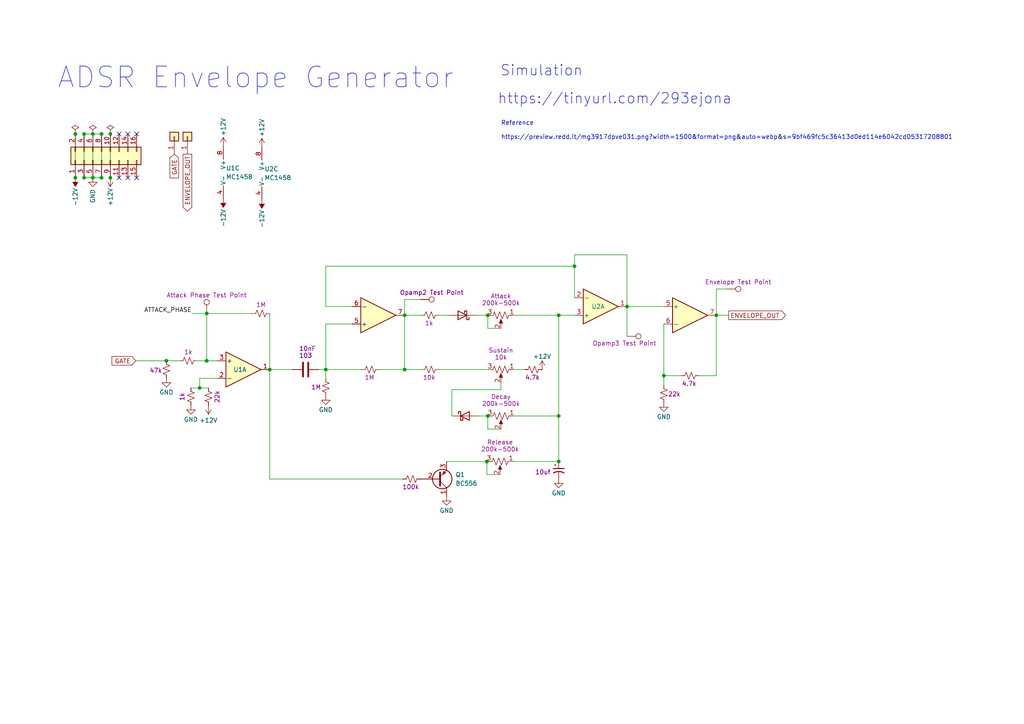
<source format=kicad_sch>
(kicad_sch (version 20211123) (generator eeschema)
  (paper "A4")
  (lib_symbols
    (symbol "Amplifier_Operational:AD8676xR" (pin_names (offset 0.127))
      (property "Reference" "U" (at 2.54 6.35 0))
      (property "Value" "AD8676xR" (at 2.54 3.81 0))
      (symbol "AD8676xR_1_1"
        (polyline (pts (xy 5.08 0) (xy -5.08 5.08) (xy -5.08 -5.08) (xy 5.08 0)) (stroke (width 0.254)) (fill (type background)))
        (pin output line (at 7.62 0 180) (length 2.54) (name "~") (number "1"))
        (pin input line (at -7.62 -2.54 0) (length 2.54) (name "-") (number "2"))
        (pin input line (at -7.62 2.54 0) (length 2.54) (name "+") (number "3"))
      )
      (symbol "AD8676xR_2_1"
        (polyline (pts (xy 5.08 0) (xy -5.08 5.08) (xy -5.08 -5.08) (xy 5.08 0)) (stroke (width 0.254)) (fill (type background)))
        (pin input line (at -7.62 2.54 0) (length 2.54) (name "+") (number "5"))
        (pin input line (at -7.62 -2.54 0) (length 2.54) (name "-") (number "6"))
        (pin output line (at 7.62 0 180) (length 2.54) (name "~") (number "7"))
      )
      (symbol "AD8676xR_3_1"
        (pin power_in line (at 0 -7.62 90) (length 3.81) (name "V-") (number "4"))
        (pin power_in line (at 0 7.62 270) (length 3.81) (name "V+") (number "8"))
      )
    )
    (symbol "Connector:TestPoint" (pin_numbers hide) (pin_names (offset 0.762) hide)
      (property "Reference" "TP" (at 0 6.858 0))
      (property "Value" "TestPoint" (at 0 5.08 0))
      (symbol "TestPoint_0_1"
        (circle (center 0 3.302) (radius 0.762))
      )
      (symbol "TestPoint_1_1"
        (pin passive line (at 0 0 90) (length 2.54) (name "1") (number "1"))
      )
    )
    (symbol "Connector_Generic:Conn_01x01" (pin_names (offset 1.016) hide)
      (property "Reference" "J" (at 0 2.54 0))
      (property "Value" "Conn_01x01" (at 0 -2.54 0))
      (symbol "Conn_01x01_1_1"
        (rectangle (start -1.27 0.127) (end 0 -0.127) (stroke (width 0.1524)))
        (rectangle (start -1.27 1.27) (end 1.27 -1.27) (stroke (width 0.254)) (fill (type background)))
        (pin passive line (at -5.08 0 0) (length 3.81) (name "Pin_1") (number "1"))
      )
    )
    (symbol "Connector_Generic:Conn_02x08_Odd_Even" (pin_names (offset 1.016) hide)
      (property "Reference" "J" (at 1.27 10.16 0))
      (property "Value" "Conn_02x08_Odd_Even" (at 1.27 -12.7 0))
      (symbol "Conn_02x08_Odd_Even_1_1"
        (rectangle (start -1.27 -10.033) (end 0 -10.287) (stroke (width 0.1524)))
        (rectangle (start -1.27 -7.493) (end 0 -7.747) (stroke (width 0.1524)))
        (rectangle (start -1.27 -4.953) (end 0 -5.207) (stroke (width 0.1524)))
        (rectangle (start -1.27 -2.413) (end 0 -2.667) (stroke (width 0.1524)))
        (rectangle (start -1.27 0.127) (end 0 -0.127) (stroke (width 0.1524)))
        (rectangle (start -1.27 2.667) (end 0 2.413) (stroke (width 0.1524)))
        (rectangle (start -1.27 5.207) (end 0 4.953) (stroke (width 0.1524)))
        (rectangle (start -1.27 7.747) (end 0 7.493) (stroke (width 0.1524)))
        (rectangle (start -1.27 8.89) (end 3.81 -11.43) (stroke (width 0.254)) (fill (type background)))
        (rectangle (start 3.81 -10.033) (end 2.54 -10.287) (stroke (width 0.1524)))
        (rectangle (start 3.81 -7.493) (end 2.54 -7.747) (stroke (width 0.1524)))
        (rectangle (start 3.81 -4.953) (end 2.54 -5.207) (stroke (width 0.1524)))
        (rectangle (start 3.81 -2.413) (end 2.54 -2.667) (stroke (width 0.1524)))
        (rectangle (start 3.81 0.127) (end 2.54 -0.127) (stroke (width 0.1524)))
        (rectangle (start 3.81 2.667) (end 2.54 2.413) (stroke (width 0.1524)))
        (rectangle (start 3.81 5.207) (end 2.54 4.953) (stroke (width 0.1524)))
        (rectangle (start 3.81 7.747) (end 2.54 7.493) (stroke (width 0.1524)))
        (pin passive line (at -5.08 7.62 0) (length 3.81) (name "Pin_1") (number "1"))
        (pin passive line (at 7.62 -2.54 180) (length 3.81) (name "Pin_10") (number "10"))
        (pin passive line (at -5.08 -5.08 0) (length 3.81) (name "Pin_11") (number "11"))
        (pin passive line (at 7.62 -5.08 180) (length 3.81) (name "Pin_12") (number "12"))
        (pin passive line (at -5.08 -7.62 0) (length 3.81) (name "Pin_13") (number "13"))
        (pin passive line (at 7.62 -7.62 180) (length 3.81) (name "Pin_14") (number "14"))
        (pin passive line (at -5.08 -10.16 0) (length 3.81) (name "Pin_15") (number "15"))
        (pin passive line (at 7.62 -10.16 180) (length 3.81) (name "Pin_16") (number "16"))
        (pin passive line (at 7.62 7.62 180) (length 3.81) (name "Pin_2") (number "2"))
        (pin passive line (at -5.08 5.08 0) (length 3.81) (name "Pin_3") (number "3"))
        (pin passive line (at 7.62 5.08 180) (length 3.81) (name "Pin_4") (number "4"))
        (pin passive line (at -5.08 2.54 0) (length 3.81) (name "Pin_5") (number "5"))
        (pin passive line (at 7.62 2.54 180) (length 3.81) (name "Pin_6") (number "6"))
        (pin passive line (at -5.08 0 0) (length 3.81) (name "Pin_7") (number "7"))
        (pin passive line (at 7.62 0 180) (length 3.81) (name "Pin_8") (number "8"))
        (pin passive line (at -5.08 -2.54 0) (length 3.81) (name "Pin_9") (number "9"))
      )
    )
    (symbol "Device:C" (pin_numbers hide) (pin_names (offset 0.254))
      (property "Reference" "C" (at 0.635 2.54 0))
      (property "Value" "C" (at 0.635 -2.54 0))
      (symbol "C_0_1"
        (polyline (pts (xy -2.032 -0.762) (xy 2.032 -0.762)) (stroke (width 0.508)))
        (polyline (pts (xy -2.032 0.762) (xy 2.032 0.762)) (stroke (width 0.508)))
      )
      (symbol "C_1_1"
        (pin passive line (at 0 3.81 270) (length 2.794) (name "~") (number "1"))
        (pin passive line (at 0 -3.81 90) (length 2.794) (name "~") (number "2"))
      )
    )
    (symbol "Device:C_Polarized_Small_US" (pin_numbers hide) (pin_names (offset 0.254) hide)
      (property "Reference" "C" (at 0.254 1.778 0))
      (property "Value" "C_Polarized_Small_US" (at 0.254 -2.032 0))
      (symbol "C_Polarized_Small_US_0_1"
        (polyline (pts (xy -1.524 0.508) (xy 1.524 0.508)) (stroke (width 0.3048)))
        (polyline (pts (xy -1.27 1.524) (xy -0.762 1.524)))
        (polyline (pts (xy -1.016 1.27) (xy -1.016 1.778)))
        (arc (start 1.524 -0.762) (mid 0 -0.3734) (end -1.524 -0.762) (stroke (width 0.3048)))
      )
      (symbol "C_Polarized_Small_US_1_1"
        (pin passive line (at 0 2.54 270) (length 2.032) (name "~") (number "1"))
        (pin passive line (at 0 -2.54 90) (length 2.032) (name "~") (number "2"))
      )
    )
    (symbol "Device:R_Potentiometer_US" (pin_names (offset 1.016) hide)
      (property "Reference" "RV" (at -4.445 0 90))
      (property "Value" "R_Potentiometer_US" (at -2.54 0 90))
      (symbol "R_Potentiometer_US_0_1"
        (polyline (pts (xy 0 -2.286) (xy 0 -2.54)))
        (polyline (pts (xy 0 2.54) (xy 0 2.286)))
        (polyline (pts (xy 2.54 0) (xy 1.524 0)))
        (polyline (pts (xy 1.143 0) (xy 2.286 0.508) (xy 2.286 -0.508) (xy 1.143 0)) (fill (type outline)))
        (polyline (pts (xy 0 -0.762) (xy 1.016 -1.143) (xy 0 -1.524) (xy -1.016 -1.905) (xy 0 -2.286)))
        (polyline (pts (xy 0 0.762) (xy 1.016 0.381) (xy 0 0) (xy -1.016 -0.381) (xy 0 -0.762)))
        (polyline (pts (xy 0 2.286) (xy 1.016 1.905) (xy 0 1.524) (xy -1.016 1.143) (xy 0 0.762)))
      )
      (symbol "R_Potentiometer_US_1_1"
        (pin passive line (at 0 3.81 270) (length 1.27) (name "1") (number "1"))
        (pin passive line (at 3.81 0 180) (length 1.27) (name "2") (number "2"))
        (pin passive line (at 0 -3.81 90) (length 1.27) (name "3") (number "3"))
      )
    )
    (symbol "Device:R_Small_US" (pin_numbers hide) (pin_names (offset 0.254) hide)
      (property "Reference" "R" (at 0.762 0.508 0))
      (property "Value" "R_Small_US" (at 0.762 -1.016 0))
      (symbol "R_Small_US_1_1"
        (polyline (pts (xy 0 0) (xy 1.016 -0.381) (xy 0 -0.762) (xy -1.016 -1.143) (xy 0 -1.524)))
        (polyline (pts (xy 0 1.524) (xy 1.016 1.143) (xy 0 0.762) (xy -1.016 0.381) (xy 0 0)))
        (pin passive line (at 0 2.54 270) (length 1.016) (name "~") (number "1"))
        (pin passive line (at 0 -2.54 90) (length 1.016) (name "~") (number "2"))
      )
    )
    (symbol "Diode:BAT43W-V" (pin_numbers hide) (pin_names (offset 1.016) hide)
      (property "Reference" "D" (at 0 2.54 0))
      (property "Value" "BAT43W-V" (at 0 -2.54 0))
      (symbol "BAT43W-V_0_1"
        (polyline (pts (xy 1.27 0) (xy -1.27 0)))
        (polyline (pts (xy 1.27 1.27) (xy 1.27 -1.27) (xy -1.27 0) (xy 1.27 1.27)) (stroke (width 0.254)))
        (polyline (pts (xy -1.905 0.635) (xy -1.905 1.27) (xy -1.27 1.27) (xy -1.27 -1.27) (xy -0.635 -1.27) (xy -0.635 -0.635)) (stroke (width 0.254)))
      )
      (symbol "BAT43W-V_1_1"
        (pin passive line (at -3.81 0 0) (length 2.54) (name "K") (number "1"))
        (pin passive line (at 3.81 0 180) (length 2.54) (name "A") (number "2"))
      )
    )
    (symbol "Transistor_BJT:BC556" (pin_names (offset 0) hide)
      (property "Reference" "Q" (at 5.08 1.905 0))
      (property "Value" "BC556" (at 5.08 0 0))
      (symbol "BC556_0_1"
        (polyline (pts (xy 0.635 0.635) (xy 2.54 2.54)))
        (polyline (pts (xy 0.635 -0.635) (xy 2.54 -2.54) (xy 2.54 -2.54)))
        (polyline (pts (xy 0.635 1.905) (xy 0.635 -1.905) (xy 0.635 -1.905)) (stroke (width 0.508)))
        (polyline (pts (xy 2.286 -1.778) (xy 1.778 -2.286) (xy 1.27 -1.27) (xy 2.286 -1.778) (xy 2.286 -1.778)) (fill (type outline)))
        (circle (center 1.27 0) (radius 2.8194) (stroke (width 0.254)))
      )
      (symbol "BC556_1_1"
        (pin passive line (at 2.54 5.08 270) (length 2.54) (name "C") (number "1"))
        (pin input line (at -5.08 0 0) (length 5.715) (name "B") (number "2"))
        (pin passive line (at 2.54 -5.08 90) (length 2.54) (name "E") (number "3"))
      )
    )
    (symbol "power:+12V" (power) (pin_names (offset 0))
      (property "Value" "+12V" (at 0 3.556 0))
      (symbol "+12V_0_1"
        (polyline (pts (xy -0.762 1.27) (xy 0 2.54)))
        (polyline (pts (xy 0 0) (xy 0 2.54)))
        (polyline (pts (xy 0 2.54) (xy 0.762 1.27)))
      )
      (symbol "+12V_1_1"
        (pin power_in line (at 0 0 90) (length 0) hide (name "+12V") (number "1"))
      )
    )
    (symbol "power:-12V" (power) (pin_names (offset 0))
      (property "Value" "-12V" (at 0 3.81 0))
      (symbol "-12V_0_0"
        (pin power_in line (at 0 0 90) (length 0) hide (name "-12V") (number "1"))
      )
      (symbol "-12V_0_1"
        (polyline (pts (xy 0 0) (xy 0 1.27) (xy 0.762 1.27) (xy 0 2.54) (xy -0.762 1.27) (xy 0 1.27)) (fill (type outline)))
      )
    )
    (symbol "power:GND" (power) (pin_names (offset 0))
      (property "Value" "GND" (at 0 -3.81 0))
      (symbol "GND_0_1"
        (polyline (pts (xy 0 0) (xy 0 -1.27) (xy 1.27 -1.27) (xy 0 -2.54) (xy -1.27 -1.27) (xy 0 -1.27)))
      )
      (symbol "GND_1_1"
        (pin power_in line (at 0 0 270) (length 0) hide (name "GND") (number "1"))
      )
    )
    (symbol "power:PWR_FLAG" (power) (pin_numbers hide) (pin_names (offset 0) hide)
      (property "Value" "PWR_FLAG" (at 0 3.81 0))
      (symbol "PWR_FLAG_0_0"
        (pin power_out line (at 0 0 90) (length 0) (name "pwr") (number "1"))
      )
      (symbol "PWR_FLAG_0_1"
        (polyline (pts (xy 0 0) (xy 0 1.27) (xy -1.016 1.905) (xy 0 2.54) (xy 1.016 1.905) (xy 0 1.27)))
      )
    )
  )
  (junction (at 59.944 104.648))
  (junction (at 32.004 51.562))
  (junction (at 24.384 38.862))
  (junction (at 162.052 91.44))
  (junction (at 207.772 91.44))
  (junction (at 141.478 91.44))
  (junction (at 192.532 108.966))
  (junction (at 166.624 77.216))
  (junction (at 162.052 120.65))
  (junction (at 162.052 133.858))
  (junction (at 21.844 38.862))
  (junction (at 117.348 91.44))
  (junction (at 48.26 104.648))
  (junction (at 24.384 51.562))
  (junction (at 57.912 112.522))
  (junction (at 141.224 133.858))
  (junction (at 59.944 90.932))
  (junction (at 26.924 51.562))
  (junction (at 29.464 51.562))
  (junction (at 78.232 107.188))
  (junction (at 29.464 38.862))
  (junction (at 141.478 120.65))
  (junction (at 94.488 107.188))
  (junction (at 26.924 38.862))
  (junction (at 117.348 107.188))
  (junction (at 21.844 51.562))
  (junction (at 181.864 88.9))
  (junction (at 32.004 38.862))
  (no_connect (at 37.084 51.562))
  (no_connect (at 39.624 51.562))
  (no_connect (at 39.624 38.862))
  (no_connect (at 34.544 38.862))
  (no_connect (at 37.084 38.862))
  (no_connect (at 34.544 51.562))
  (wire (pts (xy 127.254 107.188) (xy 141.478 107.188)))
  (wire (pts (xy 24.384 38.862) (xy 24.384 51.562)))
  (wire (pts (xy 162.052 91.44) (xy 166.624 91.44)))
  (wire (pts (xy 145.288 124.46) (xy 141.478 124.46)))
  (wire (pts (xy 94.488 109.728) (xy 94.488 107.188)))
  (wire (pts (xy 149.098 107.188) (xy 152.146 107.188)))
  (wire (pts (xy 39.37 104.648) (xy 48.26 104.648)))
  (wire (pts (xy 78.232 107.188) (xy 84.836 107.188)))
  (wire (pts (xy 162.052 120.65) (xy 162.052 91.44)))
  (wire (pts (xy 102.108 88.9) (xy 94.488 88.9)))
  (wire (pts (xy 192.532 108.966) (xy 197.612 108.966)))
  (wire (pts (xy 207.772 91.44) (xy 211.328 91.44)))
  (wire (pts (xy 129.54 133.858) (xy 141.224 133.858)))
  (wire (pts (xy 78.232 90.932) (xy 78.232 107.188)))
  (wire (pts (xy 166.624 77.216) (xy 166.624 73.914)))
  (wire (pts (xy 192.532 111.76) (xy 192.532 108.966)))
  (wire (pts (xy 94.488 107.188) (xy 92.456 107.188)))
  (wire (pts (xy 32.004 38.862) (xy 32.004 51.562)))
  (wire (pts (xy 117.348 86.868) (xy 117.348 91.44)))
  (wire (pts (xy 145.288 113.03) (xy 145.288 110.998)))
  (wire (pts (xy 117.348 107.188) (xy 122.174 107.188)))
  (wire (pts (xy 202.692 108.966) (xy 207.772 108.966)))
  (wire (pts (xy 131.064 113.03) (xy 145.288 113.03)))
  (wire (pts (xy 94.488 88.9) (xy 94.488 77.216)))
  (wire (pts (xy 73.152 90.932) (xy 59.944 90.932)))
  (wire (pts (xy 59.944 104.648) (xy 62.992 104.648)))
  (wire (pts (xy 141.478 95.25) (xy 145.288 95.25)))
  (wire (pts (xy 78.232 107.188) (xy 78.232 138.938)))
  (wire (pts (xy 24.384 38.862) (xy 26.924 38.862)))
  (wire (pts (xy 48.26 104.648) (xy 52.07 104.648)))
  (wire (pts (xy 94.488 93.98) (xy 94.488 107.188)))
  (wire (pts (xy 55.372 112.522) (xy 57.912 112.522)))
  (wire (pts (xy 210.82 83.82) (xy 207.772 83.82)))
  (wire (pts (xy 148.844 133.858) (xy 162.052 133.858)))
  (wire (pts (xy 21.844 38.862) (xy 21.844 51.562)))
  (wire (pts (xy 94.488 77.216) (xy 166.624 77.216)))
  (wire (pts (xy 181.864 88.9) (xy 192.532 88.9)))
  (wire (pts (xy 137.922 91.44) (xy 141.478 91.44)))
  (wire (pts (xy 57.912 109.728) (xy 62.992 109.728)))
  (wire (pts (xy 166.624 73.914) (xy 181.864 73.914)))
  (wire (pts (xy 145.034 137.668) (xy 141.224 137.668)))
  (wire (pts (xy 102.108 93.98) (xy 94.488 93.98)))
  (wire (pts (xy 141.478 124.46) (xy 141.478 120.65)))
  (wire (pts (xy 59.944 90.932) (xy 59.944 104.648)))
  (wire (pts (xy 57.15 104.648) (xy 59.944 104.648)))
  (wire (pts (xy 149.098 120.65) (xy 162.052 120.65)))
  (wire (pts (xy 207.772 83.82) (xy 207.772 91.44)))
  (wire (pts (xy 162.052 120.65) (xy 162.052 133.858)))
  (wire (pts (xy 109.982 107.188) (xy 117.348 107.188)))
  (wire (pts (xy 55.626 90.932) (xy 59.944 90.932)))
  (wire (pts (xy 26.924 38.862) (xy 29.464 38.862)))
  (wire (pts (xy 26.924 51.562) (xy 29.464 51.562)))
  (wire (pts (xy 121.92 86.868) (xy 117.348 86.868)))
  (wire (pts (xy 207.772 108.966) (xy 207.772 91.44)))
  (wire (pts (xy 94.488 107.188) (xy 104.902 107.188)))
  (wire (pts (xy 24.384 51.562) (xy 26.924 51.562)))
  (wire (pts (xy 138.684 120.65) (xy 141.478 120.65)))
  (wire (pts (xy 57.912 112.522) (xy 57.912 109.728)))
  (wire (pts (xy 141.224 137.668) (xy 141.224 133.858)))
  (wire (pts (xy 192.532 93.98) (xy 192.532 108.966)))
  (wire (pts (xy 78.232 138.938) (xy 116.84 138.938)))
  (wire (pts (xy 181.864 73.914) (xy 181.864 88.9)))
  (wire (pts (xy 29.464 38.862) (xy 29.464 51.562)))
  (wire (pts (xy 162.052 91.44) (xy 149.098 91.44)))
  (wire (pts (xy 127.254 91.44) (xy 130.302 91.44)))
  (wire (pts (xy 131.064 120.65) (xy 131.064 113.03)))
  (wire (pts (xy 122.174 91.44) (xy 117.348 91.44)))
  (wire (pts (xy 141.478 91.44) (xy 141.478 95.25)))
  (wire (pts (xy 57.912 112.522) (xy 60.452 112.522)))
  (wire (pts (xy 117.348 91.44) (xy 117.348 107.188)))
  (wire (pts (xy 166.624 86.36) (xy 166.624 77.216)))
  (wire (pts (xy 181.864 88.9) (xy 181.864 97.536)))
  (wire (pts (xy 26.924 38.862) (xy 26.924 51.562)))
  (text "ADSR Envelope Generator" (at 16.51 26.162 0) (effects (font (size 6 6)) (justify left bottom)))
  (text "https://tinyurl.com/293ejona" (at 144.272 30.48 0) (effects (font (size 3 3)) (justify left bottom)))
  (text "Reference\n\nhttps://preview.redd.it/mg3917dpve031.png?width=1500&format=png&auto=webp&s=9bf469fc5c36413d0ed114e6042cd05317208801" (at 145.288 40.64 0) (effects (font (size 1.27 1.27)) (justify left bottom)))
  (text "Simulation" (at 145.034 22.352 0) (effects (font (size 3 3)) (justify left bottom)))
  (label "ATTACK_PHASE" (at 55.626 90.932 180))
  (global_label "ENVELOPE_OUT" (shape output) (at 54.356 44.704 270) (property "Intersheet References" "${INTERSHEET_REFS}" (effects hide)))
  (global_label "GATE" (shape input) (at 39.37 104.648 180) (property "Intersheet References" "${INTERSHEET_REFS}" (effects hide)))
  (global_label "GATE" (shape input) (at 50.546 44.704 270) (property "Intersheet References" "${INTERSHEET_REFS}" (effects hide)))
  (global_label "ENVELOPE_OUT" (shape output) (at 211.328 91.44 0) (property "Intersheet References" "${INTERSHEET_REFS}" (effects hide)))
  (symbol (lib_id "Amplifier_Operational:AD8676xR") (at 75.946 50.292 0) (unit 3)
    (property "Reference" "U2" (at 76.708 49.0219 0) (effects (justify left)))
    (property "Value" "MC1458" (at 76.708 51.5619 0) (effects (justify left)))
    (property "Footprint" "Package_SO:SOIC-8_3.9x4.9mm_P1.27mm" (effects hide))
    (property "Datasheet" "https://www.analog.com/media/en/technical-documentation/data-sheets/AD8676.pdf" (effects hide))
  )
  (symbol (lib_id "power:GND") (at 55.372 117.602 0) (mirror y) (unit 1)
    (property "Reference" "#PWR06" (effects hide))
    (property "Value" "GND" (at 55.372 121.666 0))
  )
  (symbol (lib_id "power:GND") (at 192.532 116.84 0) (mirror y) (unit 1)
    (property "Reference" "#PWR016" (effects hide))
    (property "Value" "GND" (at 192.532 120.904 0))
  )
  (symbol (lib_id "power:GND") (at 94.488 114.808 0) (mirror y) (unit 1)
    (property "Reference" "#PWR012" (effects hide))
    (property "Value" "GND" (at 94.488 118.872 0))
  )
  (symbol (lib_id "Amplifier_Operational:AD8676xR") (at 70.612 107.188 0) (unit 1)
    (property "Reference" "U1" (at 69.596 107.188 0))
    (property "Value" "MC1458" (effects hide))
    (property "Footprint" "Package_SO:SOIC-8_3.9x4.9mm_P1.27mm" (effects hide))
    (property "Datasheet" "https://www.analog.com/media/en/technical-documentation/data-sheets/AD8676.pdf" (effects hide))
  )
  (symbol (lib_id "Connector:TestPoint") (at 210.82 83.82 270) (unit 1)
    (property "Reference" "TP4" (effects hide))
    (property "Value" "TestPoint" (effects hide))
    (property "Footprint" "TestPoint:TestPoint_Keystone_5019_Minature" (effects hide))
    (property "Field4" "Envelope Test Point" (at 214.122 81.788 90))
  )
  (symbol (lib_id "Connector:TestPoint") (at 121.92 86.868 270) (unit 1)
    (property "Reference" "TP2" (effects hide))
    (property "Value" "TestPoint" (effects hide))
    (property "Footprint" "TestPoint:TestPoint_Keystone_5019_Minature" (effects hide))
    (property "Field4" "Opamp2 Test Point" (at 125.222 84.836 90))
  )
  (symbol (lib_id "Connector:TestPoint") (at 181.864 97.536 270) (unit 1)
    (property "Reference" "TP3" (effects hide))
    (property "Value" "TestPoint" (effects hide))
    (property "Footprint" "TestPoint:TestPoint_Keystone_5019_Minature" (effects hide))
    (property "Field4" "Opamp3 Test Point" (at 181.102 99.568 90))
  )
  (symbol (lib_id "Device:R_Small_US") (at 48.26 107.188 0) (unit 1)
    (property "Reference" "R1" (effects hide))
    (property "Value" "R_Small_US" (effects hide))
    (property "Footprint" "Resistor_SMD:R_0805_2012Metric" (effects hide))
    (property "Field4" "47k" (at 45.212 107.442 0))
  )
  (symbol (lib_id "Device:R_Small_US") (at 107.442 107.188 270) (unit 1)
    (property "Reference" "R7" (effects hide))
    (property "Value" "R_Small_US" (effects hide))
    (property "Footprint" "Resistor_SMD:R_0805_2012Metric" (effects hide))
    (property "Field4" "1M" (at 107.188 109.474 90))
  )
  (symbol (lib_id "Device:R_Potentiometer_US") (at 145.288 120.65 270) (unit 1)
    (property "Reference" "RV4" (effects hide))
    (property "Value" "R_Potentiometer_US" (effects hide))
    (property "Footprint" "Potentiometer_THT:Potentiometer_Omeg_PC16BU_Vertical" (effects hide))
    (property "Field4" "200k-500k" (at 145.288 117.094 90))
    (property "Field5" "Decay" (at 145.288 115.062 90))
  )
  (symbol (lib_id "power:-12V") (at 21.844 51.562 180) (unit 1)
    (property "Reference" "#PWR01" (effects hide))
    (property "Value" "-12V" (at 21.844 57.15 90))
  )
  (symbol (lib_id "Diode:BAT43W-V") (at 134.112 91.44 180) (unit 1)
    (property "Reference" "D2" (effects hide))
    (property "Value" "BAT43W-V" (effects hide))
    (property "Footprint" "Diode_SMD:D_SOD-123" (effects hide))
    (property "Datasheet" "http://www.vishay.com/docs/85660/bat42.pdf" (effects hide))
  )
  (symbol (lib_id "power:PWR_FLAG") (at 26.924 38.862 0) (unit 1)
    (property "Reference" "#FLG02" (effects hide))
    (property "Value" "PWR_FLAG" (effects hide))
  )
  (symbol (lib_id "Amplifier_Operational:AD8676xR") (at 64.77 50.038 0) (unit 3)
    (property "Reference" "U1" (at 65.532 48.7679 0) (effects (justify left)))
    (property "Value" "MC1458" (at 65.532 51.3079 0) (effects (justify left)))
    (property "Footprint" "Package_SO:SOIC-8_3.9x4.9mm_P1.27mm" (effects hide))
    (property "Datasheet" "https://www.analog.com/media/en/technical-documentation/data-sheets/AD8676.pdf" (effects hide))
  )
  (symbol (lib_id "Diode:BAT43W-V") (at 134.874 120.65 0) (unit 1)
    (property "Reference" "D3" (effects hide))
    (property "Value" "BAT43W-V" (effects hide))
    (property "Footprint" "Diode_SMD:D_SOD-123" (effects hide))
    (property "Datasheet" "http://www.vishay.com/docs/85660/bat42.pdf" (effects hide))
  )
  (symbol (lib_id "Device:R_Small_US") (at 54.61 104.648 90) (unit 1)
    (property "Reference" "R2" (effects hide))
    (property "Value" "R_Small_US" (effects hide))
    (property "Footprint" "Resistor_SMD:R_0805_2012Metric" (effects hide))
    (property "Field4" "1k" (at 54.61 102.108 90))
  )
  (symbol (lib_id "power:GND") (at 162.052 138.938 0) (mirror y) (unit 1)
    (property "Reference" "#PWR015" (effects hide))
    (property "Value" "GND" (at 162.052 143.002 0))
  )
  (symbol (lib_id "power:+12V") (at 75.946 42.672 0) (unit 1)
    (property "Reference" "#PWR010" (effects hide))
    (property "Value" "+12V" (at 75.946 37.084 90))
  )
  (symbol (lib_id "power:GND") (at 26.924 51.562 0) (mirror y) (unit 1)
    (property "Reference" "#PWR02" (effects hide))
    (property "Value" "GND" (at 26.924 56.896 90))
  )
  (symbol (lib_id "power:+12V") (at 32.004 51.562 180) (unit 1)
    (property "Reference" "#PWR03" (effects hide))
    (property "Value" "+12V" (at 32.004 57.15 90))
  )
  (symbol (lib_id "Amplifier_Operational:AD8676xR") (at 174.244 88.9 0) (mirror x) (unit 1)
    (property "Reference" "U2" (at 173.482 88.9 0))
    (property "Value" "MC1458" (effects hide))
    (property "Footprint" "Package_SO:SOIC-8_3.9x4.9mm_P1.27mm" (effects hide))
    (property "Datasheet" "https://www.analog.com/media/en/technical-documentation/data-sheets/AD8676.pdf" (effects hide))
  )
  (symbol (lib_id "power:+12V") (at 157.226 107.188 0) (mirror y) (unit 1)
    (property "Reference" "#PWR014" (effects hide))
    (property "Value" "+12V" (at 157.226 103.378 0))
  )
  (symbol (lib_id "Connector:TestPoint") (at 59.944 90.932 0) (unit 1)
    (property "Reference" "TP1" (effects hide))
    (property "Value" "TestPoint" (effects hide))
    (property "Footprint" "TestPoint:TestPoint_Keystone_5019_Minature" (effects hide))
    (property "Field4" "Attack Phase Test Point" (at 59.944 85.598 0))
  )
  (symbol (lib_id "Amplifier_Operational:AD8676xR") (at 200.152 91.44 0) (unit 2)
    (property "Reference" "U2" (effects hide))
    (property "Value" "MC1458" (effects hide))
    (property "Footprint" "Package_SO:SOIC-8_3.9x4.9mm_P1.27mm" (effects hide))
    (property "Datasheet" "https://www.analog.com/media/en/technical-documentation/data-sheets/AD8676.pdf" (effects hide))
  )
  (symbol (lib_id "Device:R_Small_US") (at 94.488 112.268 180) (unit 1)
    (property "Reference" "R6" (effects hide))
    (property "Value" "R_Small_US" (effects hide))
    (property "Footprint" "Resistor_SMD:R_0805_2012Metric" (effects hide))
    (property "Field4" "1M" (at 91.694 112.268 0))
  )
  (symbol (lib_id "power:+12V") (at 64.77 42.418 0) (unit 1)
    (property "Reference" "#PWR08" (effects hide))
    (property "Value" "+12V" (at 64.77 36.83 90))
  )
  (symbol (lib_id "Connector_Generic:Conn_02x08_Odd_Even") (at 29.464 46.482 90) (unit 1)
    (property "Reference" "J1" (effects hide))
    (property "Value" "Conn_02x20_Odd_Even" (effects hide))
    (property "Footprint" "Connector_IDC:IDC-Header_2x08_P2.54mm_Vertical" (effects hide))
    (property "Field5" "CONNECTIONS" (effects hide))
  )
  (symbol (lib_id "Device:R_Small_US") (at 154.686 107.188 270) (unit 1)
    (property "Reference" "R11" (effects hide))
    (property "Value" "R_Small_US" (effects hide))
    (property "Footprint" "Resistor_SMD:R_0805_2012Metric" (effects hide))
    (property "Field4" "4.7k" (at 154.432 109.474 90))
  )
  (symbol (lib_id "Device:C") (at 88.646 107.188 90) (unit 1)
    (property "Reference" "C1" (effects hide))
    (property "Value" "C" (effects hide))
    (property "Footprint" "Capacitor_SMD:C_0805_2012Metric" (effects hide))
    (property "Field4" "103" (at 88.646 103.124 90))
    (property "Field5" "10nF" (at 89.154 101.092 90))
  )
  (symbol (lib_id "Device:R_Small_US") (at 60.452 115.062 0) (unit 1)
    (property "Reference" "R4" (effects hide))
    (property "Value" "R_Small_US" (effects hide))
    (property "Footprint" "Resistor_SMD:R_0805_2012Metric" (effects hide))
    (property "Field4" "22k" (at 62.992 115.062 90))
  )
  (symbol (lib_id "power:GND") (at 48.26 109.728 0) (mirror y) (unit 1)
    (property "Reference" "#PWR05" (effects hide))
    (property "Value" "GND" (at 48.26 113.792 0))
  )
  (symbol (lib_id "power:PWR_FLAG") (at 32.004 38.862 0) (unit 1)
    (property "Reference" "#FLG03" (effects hide))
    (property "Value" "PWR_FLAG" (effects hide))
  )
  (symbol (lib_id "Device:R_Small_US") (at 119.38 138.938 270) (unit 1)
    (property "Reference" "R8" (effects hide))
    (property "Value" "R_Small_US" (effects hide))
    (property "Footprint" "Resistor_SMD:R_0805_2012Metric" (effects hide))
    (property "Field4" "100k" (at 119.126 141.224 90))
  )
  (symbol (lib_id "Device:R_Potentiometer_US") (at 145.034 133.858 270) (unit 1)
    (property "Reference" "RV1" (effects hide))
    (property "Value" "R_Potentiometer_US" (effects hide))
    (property "Footprint" "Potentiometer_THT:Potentiometer_Omeg_PC16BU_Vertical" (effects hide))
    (property "Field4" "200k-500k" (at 145.034 130.302 90))
    (property "Field5" "Release" (at 145.034 128.27 90))
  )
  (symbol (lib_id "Device:R_Small_US") (at 75.692 90.932 90) (unit 1)
    (property "Reference" "R5" (effects hide))
    (property "Value" "R_Small_US" (effects hide))
    (property "Footprint" "Resistor_SMD:R_0805_2012Metric" (effects hide))
    (property "Field4" "1M" (at 75.692 88.392 90))
  )
  (symbol (lib_id "Device:R_Small_US") (at 124.714 91.44 270) (unit 1)
    (property "Reference" "R9" (effects hide))
    (property "Value" "R_Small_US" (effects hide))
    (property "Footprint" "Resistor_SMD:R_0805_2012Metric" (effects hide))
    (property "Field4" "1k" (at 124.46 93.726 90))
  )
  (symbol (lib_id "Device:R_Small_US") (at 55.372 115.062 180) (unit 1)
    (property "Reference" "R3" (effects hide))
    (property "Value" "R_Small_US" (effects hide))
    (property "Footprint" "Resistor_SMD:R_0805_2012Metric" (effects hide))
    (property "Field4" "1k" (at 52.832 115.062 90))
  )
  (symbol (lib_id "power:-12V") (at 64.77 57.658 180) (unit 1)
    (property "Reference" "#PWR09" (effects hide))
    (property "Value" "-12V" (at 64.77 63.246 90))
  )
  (symbol (lib_id "Device:R_Small_US") (at 124.714 107.188 270) (unit 1)
    (property "Reference" "R10" (effects hide))
    (property "Value" "R_Small_US" (effects hide))
    (property "Footprint" "Resistor_SMD:R_0805_2012Metric" (effects hide))
    (property "Field4" "10k" (at 124.46 109.474 90))
  )
  (symbol (lib_id "power:GND") (at 129.54 144.018 0) (mirror y) (unit 1)
    (property "Reference" "#PWR013" (effects hide))
    (property "Value" "GND" (at 129.54 148.082 0))
  )
  (symbol (lib_id "power:-12V") (at 75.946 57.912 180) (unit 1)
    (property "Reference" "#PWR011" (effects hide))
    (property "Value" "-12V" (at 75.946 63.5 90))
  )
  (symbol (lib_id "Device:R_Small_US") (at 200.152 108.966 270) (unit 1)
    (property "Reference" "R13" (effects hide))
    (property "Value" "R_Small_US" (effects hide))
    (property "Footprint" "Resistor_SMD:R_0805_2012Metric" (effects hide))
    (property "Field4" "4.7k" (at 199.898 111.252 90))
  )
  (symbol (lib_id "Device:R_Potentiometer_US") (at 145.288 91.44 270) (unit 1)
    (property "Reference" "RV2" (effects hide))
    (property "Value" "R_Potentiometer_US" (effects hide))
    (property "Footprint" "Potentiometer_THT:Potentiometer_Omeg_PC16BU_Vertical" (effects hide))
    (property "Field4" "200k-500k" (at 145.288 87.884 90))
    (property "Field5" "Attack" (at 145.288 85.852 90))
  )
  (symbol (lib_id "power:PWR_FLAG") (at 21.844 38.862 0) (unit 1)
    (property "Reference" "#FLG01" (effects hide))
    (property "Value" "PWR_FLAG" (effects hide))
  )
  (symbol (lib_id "power:+12V") (at 60.452 117.602 180) (unit 1)
    (property "Reference" "#PWR07" (effects hide))
    (property "Value" "+12V" (at 60.452 121.92 0))
  )
  (symbol (lib_id "Device:R_Potentiometer_US") (at 145.288 107.188 270) (unit 1)
    (property "Reference" "RV3" (effects hide))
    (property "Value" "R_Potentiometer_US" (effects hide))
    (property "Footprint" "Potentiometer_THT:Potentiometer_Omeg_PC16BU_Vertical" (effects hide))
    (property "Field4" "10k" (at 145.288 103.632 90))
    (property "Field5" "Sustain" (at 145.288 101.6 90))
  )
  (symbol (lib_id "Amplifier_Operational:AD8676xR") (at 109.728 91.44 0) (mirror x) (unit 2)
    (property "Reference" "U1" (effects hide))
    (property "Value" "MC1458" (effects hide))
    (property "Footprint" "Package_SO:SOIC-8_3.9x4.9mm_P1.27mm" (effects hide))
    (property "Datasheet" "https://www.analog.com/media/en/technical-documentation/data-sheets/AD8676.pdf" (effects hide))
  )
  (symbol (lib_id "Connector_Generic:Conn_01x01") (at 54.356 39.624 90) (unit 1)
    (property "Reference" "J3" (effects hide))
    (property "Value" "Conn_01x01" (effects hide))
    (property "Footprint" "LIBRARY-8-bit-computer:ACJS-MV35-3S-audio-jack" (effects hide))
  )
  (symbol (lib_id "Device:R_Small_US") (at 192.532 114.3 0) (unit 1)
    (property "Reference" "R12" (effects hide))
    (property "Value" "R_Small_US" (effects hide))
    (property "Footprint" "Resistor_SMD:R_0805_2012Metric" (effects hide))
    (property "Field4" "22k" (at 195.58 114.3 0))
  )
  (symbol (lib_id "Transistor_BJT:BC556") (at 127 138.938 0) (mirror x) (unit 1)
    (property "Reference" "Q1" (at 132.08 137.6679 0) (effects (justify left)))
    (property "Value" "BC556" (at 132.08 140.2079 0) (effects (justify left)))
    (property "Footprint" "LIBRARY-8-bit-computer:SOT23-BEC_PNP" (effects hide))
    (property "Datasheet" "https://www.onsemi.com/pub/Collateral/BC556BTA-D.pdf" (effects hide))
  )
  (symbol (lib_id "Connector_Generic:Conn_01x01") (at 50.546 39.624 90) (unit 1)
    (property "Reference" "J2" (effects hide))
    (property "Value" "Conn_01x01" (effects hide))
    (property "Footprint" "LIBRARY-8-bit-computer:ACJS-MV35-3S-audio-jack" (effects hide))
  )
  (symbol (lib_id "Device:C_Polarized_Small_US") (at 162.052 136.398 0) (unit 1)
    (property "Reference" "C2" (effects hide))
    (property "Value" "C_Polarized_Small_US" (effects hide))
    (property "Footprint" "Capacitor_SMD:CP_Elec_5x5.4" (effects hide))
    (property "Field4" "10uf" (at 157.48 136.906 0))
  )
)
</source>
